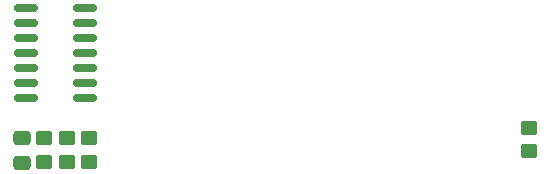
<source format=gbr>
%TF.GenerationSoftware,KiCad,Pcbnew,8.0.4*%
%TF.CreationDate,2024-09-19T23:06:26-05:00*%
%TF.ProjectId,IDC-26-Adapter-Rev1,4944432d-3236-42d4-9164-61707465722d,1.1*%
%TF.SameCoordinates,Original*%
%TF.FileFunction,Paste,Top*%
%TF.FilePolarity,Positive*%
%FSLAX46Y46*%
G04 Gerber Fmt 4.6, Leading zero omitted, Abs format (unit mm)*
G04 Created by KiCad (PCBNEW 8.0.4) date 2024-09-19 23:06:26*
%MOMM*%
%LPD*%
G01*
G04 APERTURE LIST*
G04 Aperture macros list*
%AMRoundRect*
0 Rectangle with rounded corners*
0 $1 Rounding radius*
0 $2 $3 $4 $5 $6 $7 $8 $9 X,Y pos of 4 corners*
0 Add a 4 corners polygon primitive as box body*
4,1,4,$2,$3,$4,$5,$6,$7,$8,$9,$2,$3,0*
0 Add four circle primitives for the rounded corners*
1,1,$1+$1,$2,$3*
1,1,$1+$1,$4,$5*
1,1,$1+$1,$6,$7*
1,1,$1+$1,$8,$9*
0 Add four rect primitives between the rounded corners*
20,1,$1+$1,$2,$3,$4,$5,0*
20,1,$1+$1,$4,$5,$6,$7,0*
20,1,$1+$1,$6,$7,$8,$9,0*
20,1,$1+$1,$8,$9,$2,$3,0*%
G04 Aperture macros list end*
%ADD10RoundRect,0.250000X0.450000X-0.350000X0.450000X0.350000X-0.450000X0.350000X-0.450000X-0.350000X0*%
%ADD11RoundRect,0.150000X0.825000X0.150000X-0.825000X0.150000X-0.825000X-0.150000X0.825000X-0.150000X0*%
%ADD12RoundRect,0.250000X-0.475000X0.337500X-0.475000X-0.337500X0.475000X-0.337500X0.475000X0.337500X0*%
G04 APERTURE END LIST*
D10*
%TO.C,R4*%
X172085000Y-99155000D03*
X172085000Y-97155000D03*
%TD*%
%TO.C,R3*%
X131064000Y-100060000D03*
X131064000Y-98060000D03*
%TD*%
D11*
%TO.C,U1*%
X134490000Y-94615000D03*
X134490000Y-93345000D03*
X134490000Y-92075000D03*
X134490000Y-90805000D03*
X134490000Y-89535000D03*
X134490000Y-88265000D03*
X134490000Y-86995000D03*
X129540000Y-86995000D03*
X129540000Y-88265000D03*
X129540000Y-89535000D03*
X129540000Y-90805000D03*
X129540000Y-92075000D03*
X129540000Y-93345000D03*
X129540000Y-94615000D03*
%TD*%
D10*
%TO.C,R2*%
X132969000Y-100060000D03*
X132969000Y-98060000D03*
%TD*%
%TO.C,R1*%
X134874000Y-100060000D03*
X134874000Y-98060000D03*
%TD*%
D12*
%TO.C,C1*%
X129133600Y-100135000D03*
X129133600Y-98060000D03*
%TD*%
M02*

</source>
